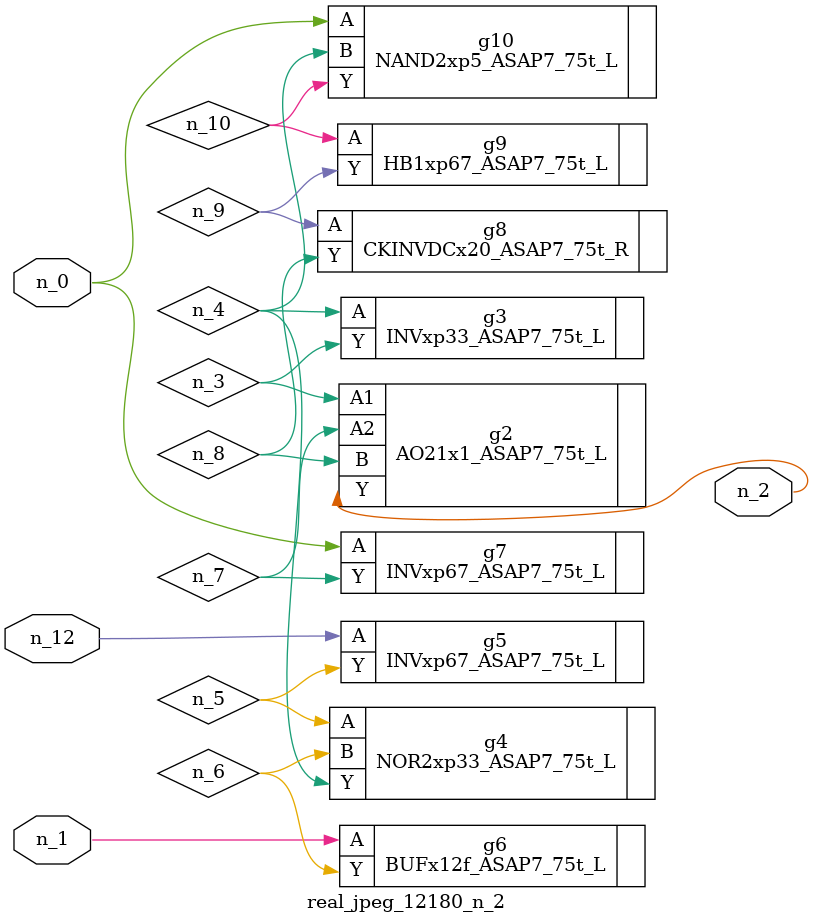
<source format=v>
module real_jpeg_12180_n_2 (n_12, n_1, n_0, n_2);

input n_12;
input n_1;
input n_0;

output n_2;

wire n_5;
wire n_4;
wire n_8;
wire n_6;
wire n_7;
wire n_3;
wire n_10;
wire n_9;

INVxp67_ASAP7_75t_L g7 ( 
.A(n_0),
.Y(n_7)
);

NAND2xp5_ASAP7_75t_L g10 ( 
.A(n_0),
.B(n_4),
.Y(n_10)
);

BUFx12f_ASAP7_75t_L g6 ( 
.A(n_1),
.Y(n_6)
);

AO21x1_ASAP7_75t_L g2 ( 
.A1(n_3),
.A2(n_7),
.B(n_8),
.Y(n_2)
);

INVxp33_ASAP7_75t_L g3 ( 
.A(n_4),
.Y(n_3)
);

NOR2xp33_ASAP7_75t_L g4 ( 
.A(n_5),
.B(n_6),
.Y(n_4)
);

CKINVDCx20_ASAP7_75t_R g8 ( 
.A(n_9),
.Y(n_8)
);

HB1xp67_ASAP7_75t_L g9 ( 
.A(n_10),
.Y(n_9)
);

INVxp67_ASAP7_75t_L g5 ( 
.A(n_12),
.Y(n_5)
);


endmodule
</source>
